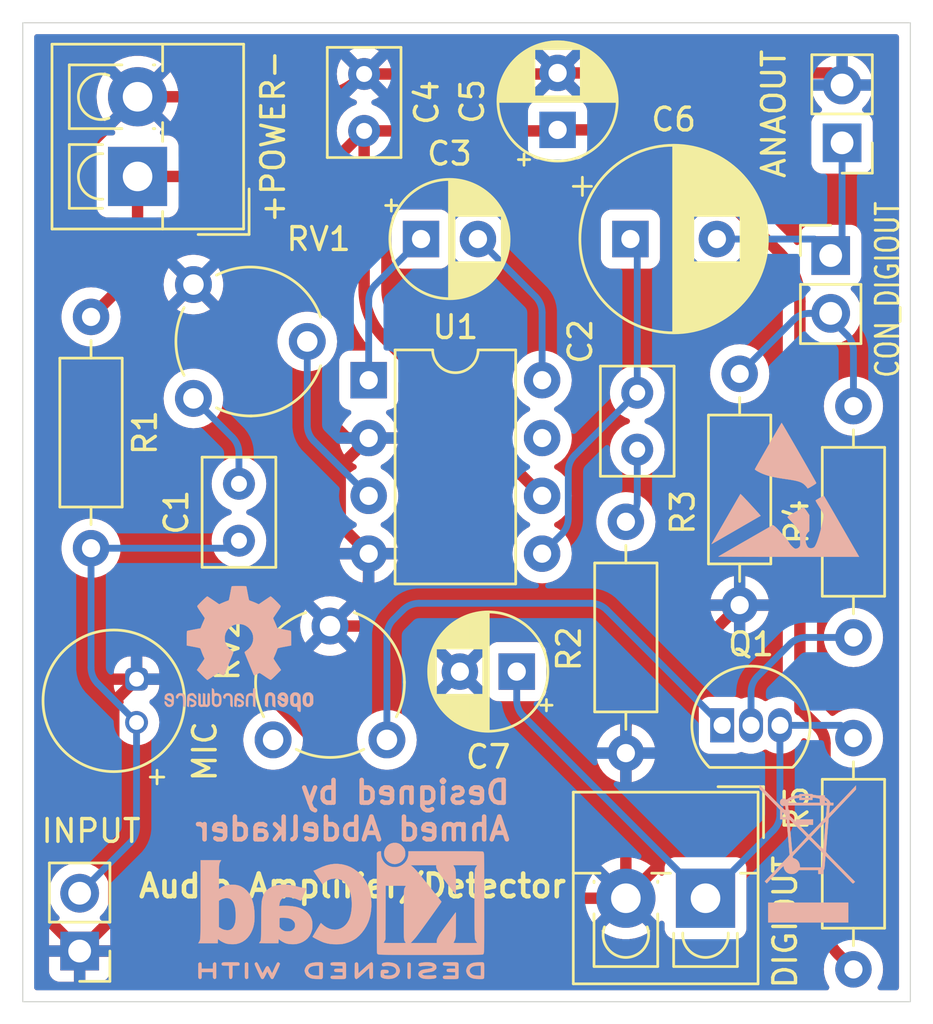
<source format=kicad_pcb>
(kicad_pcb (version 20240108) (generator "pcbnew") (generator_version "8.0")
  (layers (0 "F.Cu" signal) (31 "B.Cu" signal) (34 "B.Paste" user) (35 "F.Paste" user) (36 "B.SilkS" user "B.Silkscreen") (37 "F.SilkS" user "F.Silkscreen") (38 "B.Mask" user) (39 "F.Mask" user) (44 "Edge.Cuts" user))
  (net 0 "")
  (net 1 "Net-(INPUT1-Pin_2)")
  (net 2 "Net-(C1-Pad2)")
  (net 3 "Net-(C3-Pad2)")
  (net 4 "Net-(C3-Pad1)")
  (net 5 "+5V")
  (net 6 "GND")
  (net 7 "Net-(Q1-E)")
  (net 8 "Net-(Q1-B)")
  (net 9 "Net-(U1-+)")
  (net 11 "Net-(C2-Pad2)")
  (net 12 "Net-(C2-Pad1)")
  (net 14 "Net-(P1-Pin_2)")
  (net 15 "Net-(ANAOUT1-Pin_1)")
  (net 16 "Net-(DIGIOUT1-Pin_1)")
  (footprint "Resistor_THT:R_Axial_DIN0207_L6.3mm_D2.5mm_P10.16mm_Horizontal" (layer "F.Cu") (at 89 50.92 -90)
    (property "Reference" "R2" (at 5.58 2.5 90) (layer "F.SilkS"))
    (property "Value" "10")
    (pad "1" thru_hole circle (at 0 0 270) (size 1.6 1.6) (drill 0.8) (layers "*.Cu" "*.Mask") (net 12 "Net-(C2-Pad1)"))
    (pad "2" thru_hole oval (at 10.16 0 270) (size 1.6 1.6) (drill 0.8) (layers "*.Cu" "*.Mask") (net 6 "GND"))
  )
  (footprint "Potentiometer_THT:Potentiometer_Piher_PT-6-V_Vertical" (layer "F.Cu") (at 70 45.5)
    (property "Reference" "RV1" (at 5.5 -7 0) (layer "F.SilkS"))
    (property "Value" "10k")
    (pad "1" thru_hole circle (at 0 0) (size 1.62 1.62) (drill 0.9) (layers "*.Cu" "*.Mask") (net 2 "Net-(C1-Pad2)"))
    (pad "2" thru_hole circle (at 5 -2.5) (size 1.62 1.62) (drill 0.9) (layers "*.Cu" "*.Mask") (net 9 "Net-(U1-+)"))
    (pad "3" thru_hole circle (at 0 -5) (size 1.62 1.62) (drill 0.9) (layers "*.Cu" "*.Mask") (net 6 "GND"))
  )
  (footprint "Sensor_Audio:POM-2244P-C3310-2-R" (layer "F.Cu") (at 67.5 57.8325 -90)
    (property "Reference" "MIC" (at 3.1675 -3 90) (layer "F.SilkS"))
    (property "Value" "~")
    (pad "1" thru_hole roundrect (at 0 0 270) (size 1 1) (drill 0.65) (layers "*.Cu" "*.Mask") (net 6 "GND"))
    (pad "2" thru_hole circle (at 1.9 0 270) (size 1 1) (drill 0.65) (layers "*.Cu" "*.Mask") (net 1 "Net-(INPUT1-Pin_2)"))
  )
  (footprint "Capacitor_THT:CP_Radial_D5.0mm_P2.50mm" (layer "F.Cu") (at 86 33.705113 90)
    (property "Reference" "C5" (at 1.25 -3.75 90) (layer "F.SilkS"))
    (property "Value" "33u")
    (pad "1" thru_hole rect (at 0 0 90) (size 1.6 1.6) (drill 0.8) (layers "*.Cu" "*.Mask") (net 5 "+5V"))
    (pad "2" thru_hole circle (at 2.5 0 90) (size 1.6 1.6) (drill 0.8) (layers "*.Cu" "*.Mask") (net 6 "GND"))
  )
  (footprint "Package_DIP:DIP-8_W7.62mm" (layer "F.Cu") (at 77.7 44.7)
    (property "Reference" "U1" (at 3.81 -2.33 0) (layer "F.SilkS"))
    (property "Value" "LM386")
    (pad "1" thru_hole rect (at 0 0) (size 1.6 1.6) (drill 0.8) (layers "*.Cu" "*.Mask") (net 4 "Net-(C3-Pad1)"))
    (pad "2" thru_hole oval (at 0 2.54) (size 1.6 1.6) (drill 0.8) (layers "*.Cu" "*.Mask") (net 6 "GND"))
    (pad "3" thru_hole oval (at 0 5.08) (size 1.6 1.6) (drill 0.8) (layers "*.Cu" "*.Mask") (net 9 "Net-(U1-+)"))
    (pad "4" thru_hole oval (at 0 7.62) (size 1.6 1.6) (drill 0.8) (layers "*.Cu" "*.Mask") (net 6 "GND"))
    (pad "5" thru_hole oval (at 7.62 7.62) (size 1.6 1.6) (drill 0.8) (layers "*.Cu" "*.Mask") (net 11 "Net-(C2-Pad2)"))
    (pad "6" thru_hole oval (at 7.62 5.08) (size 1.6 1.6) (drill 0.8) (layers "*.Cu" "*.Mask") (net 5 "+5V"))
    (pad "7" thru_hole oval (at 7.62 2.54) (size 1.6 1.6) (drill 0.8) (layers "*.Cu" "*.Mask"))
    (pad "8" thru_hole oval (at 7.62 0) (size 1.6 1.6) (drill 0.8) (layers "*.Cu" "*.Mask") (net 3 "Net-(C3-Pad2)"))
  )
  (footprint "Resistor_THT:R_Axial_DIN0207_L6.3mm_D2.5mm_P10.16mm_Horizontal" (layer "F.Cu") (at 65.5 41.92 -90)
    (property "Reference" "R1" (at 5.08 -2.37 90) (layer "F.SilkS"))
    (property "Value" "10k")
    (pad "1" thru_hole circle (at 0 0 270) (size 1.6 1.6) (drill 0.8) (layers "*.Cu" "*.Mask") (net 5 "+5V"))
    (pad "2" thru_hole oval (at 10.16 0 270) (size 1.6 1.6) (drill 0.8) (layers "*.Cu" "*.Mask") (net 1 "Net-(INPUT1-Pin_2)"))
  )
  (footprint "Resistor_THT:R_Axial_DIN0207_L6.3mm_D2.5mm_P10.16mm_Horizontal" (layer "F.Cu") (at 99 45.84 -90)
    (property "Reference" "R4" (at 5.08 2.5 90) (layer "F.SilkS"))
    (property "Value" "10k")
    (pad "1" thru_hole circle (at 0 0 270) (size 1.6 1.6) (drill 0.8) (layers "*.Cu" "*.Mask") (net 14 "Net-(P1-Pin_2)"))
    (pad "2" thru_hole oval (at 10.16 0 270) (size 1.6 1.6) (drill 0.8) (layers "*.Cu" "*.Mask") (net 8 "Net-(Q1-B)"))
  )
  (footprint "Connector_PinHeader_2.54mm:PinHeader_1x02_P2.54mm_Vertical" (layer "F.Cu") (at 65 69.775 180)
    (property "Reference" "INPUT" (at -0.5 5.275 0) (layer "F.SilkS"))
    (property "Value" "~")
    (pad "1" thru_hole rect (at 0 0 180) (size 1.7 1.7) (drill 1) (layers "*.Cu" "*.Mask") (net 6 "GND"))
    (pad "2" thru_hole oval (at 0 2.54 180) (size 1.7 1.7) (drill 1) (layers "*.Cu" "*.Mask") (net 1 "Net-(INPUT1-Pin_2)"))
  )
  (footprint "Capacitor_THT:CP_Radial_D8.0mm_P3.80mm" (layer "F.Cu") (at 89.2 38.5)
    (property "Reference" "C6" (at 1.9 -5.25 360) (layer "F.SilkS"))
    (property "Value" "470u")
    (pad "1" thru_hole rect (at 0 0) (size 1.6 1.6) (drill 0.8) (layers "*.Cu" "*.Mask") (net 11 "Net-(C2-Pad2)"))
    (pad "2" thru_hole circle (at 3.8 0) (size 1.6 1.6) (drill 0.8) (layers "*.Cu" "*.Mask") (net 15 "Net-(ANAOUT1-Pin_1)"))
  )
  (footprint "Resistor_THT:R_Axial_DIN0207_L6.3mm_D2.5mm_P10.16mm_Horizontal" (layer "F.Cu") (at 99 60.42 -90)
    (property "Reference" "R5" (at 3.08 2.5 90) (layer "F.SilkS"))
    (property "Value" "10k")
    (pad "1" thru_hole circle (at 0 0 270) (size 1.6 1.6) (drill 0.8) (layers "*.Cu" "*.Mask") (net 16 "Net-(DIGIOUT1-Pin_1)"))
    (pad "2" thru_hole oval (at 10.16 0 270) (size 1.6 1.6) (drill 0.8) (layers "*.Cu" "*.Mask") (net 5 "+5V"))
  )
  (footprint "Capacitor_THT:CP_Radial_D5.0mm_P2.50mm" (layer "F.Cu") (at 80 38.5)
    (property "Reference" "C3" (at 1.25 -3.75 0) (layer "F.SilkS"))
    (property "Value" "10u")
    (pad "1" thru_hole rect (at 0 0) (size 1.6 1.6) (drill 0.8) (layers "*.Cu" "*.Mask") (net 4 "Net-(C3-Pad1)"))
    (pad "2" thru_hole circle (at 2.5 0) (size 1.6 1.6) (drill 0.8) (layers "*.Cu" "*.Mask") (net 3 "Net-(C3-Pad2)"))
  )
  (footprint "Connector_PinHeader_2.54mm:PinHeader_1x02_P2.54mm_Vertical" (layer "F.Cu") (at 98 39.225)
    (property "Reference" "CON_DIGIOUT" (at 2.5 1.5 90) (layer "F.SilkS") (effects (font (size 1 0.8) (thickness 0.125))))
    (property "Value" "~")
    (pad "1" thru_hole rect (at 0 0) (size 1.7 1.7) (drill 1) (layers "*.Cu" "*.Mask") (net 15 "Net-(ANAOUT1-Pin_1)"))
    (pad "2" thru_hole oval (at 0 2.54) (size 1.7 1.7) (drill 1) (layers "*.Cu" "*.Mask") (net 14 "Net-(P1-Pin_2)"))
  )
  (footprint "Connector_PinHeader_2.54mm:PinHeader_1x02_P2.54mm_Vertical" (layer "F.Cu") (at 98.5 34.275 180)
    (property "Reference" "ANAOUT" (at 3 1.275 90) (layer "F.SilkS"))
    (property "Value" "~")
    (pad "1" thru_hole rect (at 0 0 180) (size 1.7 1.7) (drill 1) (layers "*.Cu" "*.Mask") (net 15 "Net-(ANAOUT1-Pin_1)"))
    (pad "2" thru_hole oval (at 0 2.54 180) (size 1.7 1.7) (drill 1) (layers "*.Cu" "*.Mask") (net 6 "GND"))
  )
  (footprint "Resistor_THT:R_Axial_DIN0207_L6.3mm_D2.5mm_P10.16mm_Horizontal" (layer "F.Cu") (at 94 44.42 -90)
    (property "Reference" "R3" (at 6.08 2.5 90) (layer "F.SilkS"))
    (property "Value" "10")
    (pad "1" thru_hole circle (at 0 0 270) (size 1.6 1.6) (drill 0.8) (layers "*.Cu" "*.Mask") (net 14 "Net-(P1-Pin_2)"))
    (pad "2" thru_hole oval (at 10.16 0 270) (size 1.6 1.6) (drill 0.8) (layers "*.Cu" "*.Mask") (net 6 "GND"))
  )
  (footprint "Package_TO_SOT_THT:TO-92_Inline" (layer "F.Cu") (at 93.23 59.86)
    (property "Reference" "Q1" (at 1.27 -3.56 360) (layer "F.SilkS"))
    (property "Value" "PN2222A")
    (pad "1" thru_hole rect (at 0 0) (size 1.05 1.5) (drill 0.75) (layers "*.Cu" "*.Mask") (net 7 "Net-(Q1-E)"))
    (pad "2" thru_hole oval (at 1.27 0) (size 1.05 1.5) (drill 0.75) (layers "*.Cu" "*.Mask") (net 8 "Net-(Q1-B)"))
    (pad "3" thru_hole oval (at 2.54 0) (size 1.05 1.5) (drill 0.75) (layers "*.Cu" "*.Mask") (net 16 "Net-(DIGIOUT1-Pin_1)"))
  )
  (footprint "TerminalBlock_4Ucon:TerminalBlock_4Ucon_1x02_P3.50mm_Vertical" (layer "F.Cu") (at 92.5 67.455 180)
    (property "Reference" "DIGIOUT" (at -3.5 -1.045 90) (layer "F.SilkS"))
    (property "Value" "~")
    (pad "1" thru_hole rect (at 0 0 180) (size 2.6 2.6) (drill 1.3) (layers "*.Cu" "*.Mask") (net 16 "Net-(DIGIOUT1-Pin_1)"))
    (pad "2" thru_hole circle (at 3.5 0 180) (size 2.6 2.6) (drill 1.3) (layers "*.Cu" "*.Mask") (net 6 "GND"))
  )
  (footprint "Capacitor_THT:C_Rect_L4.6mm_W3.0mm_P2.50mm_MKS02_FKP02" (layer "F.Cu") (at 77.5 31.25 -90)
    (property "Reference" "C4" (at 1.25 -2.75 90) (layer "F.SilkS"))
    (property "Value" "100n")
    (pad "1" thru_hole circle (at 0 0 270) (size 1.4 1.4) (drill 0.7) (layers "*.Cu" "*.Mask") (net 6 "GND"))
    (pad "2" thru_hole circle (at 2.5 0 270) (size 1.4 1.4) (drill 0.7) (layers "*.Cu" "*.Mask") (net 5 "+5V"))
  )
  (footprint "Capacitor_THT:CP_Radial_D5.0mm_P2.50mm" (layer "F.Cu") (at 84.205113 57.5 180)
    (property "Reference" "C7" (at 1.25 -3.75 360) (layer "F.SilkS"))
    (property "Value" "4.7u")
    (pad "1" thru_hole rect (at 0 0 180) (size 1.6 1.6) (drill 0.8) (layers "*.Cu" "*.Mask") (net 16 "Net-(DIGIOUT1-Pin_1)"))
    (pad "2" thru_hole circle (at 2.5 0 180) (size 1.6 1.6) (drill 0.8) (layers "*.Cu" "*.Mask") (net 6 "GND"))
  )
  (footprint "Capacitor_THT:C_Rect_L4.6mm_W3.0mm_P2.50mm_MKS02_FKP02" (layer "F.Cu") (at 72 51.75 90)
    (property "Reference" "C1" (at 1.25 -2.75 90) (layer "F.SilkS"))
    (property "Value" "100n")
    (pad "1" thru_hole circle (at 0 0 90) (size 1.4 1.4) (drill 0.7) (layers "*.Cu" "*.Mask") (net 1 "Net-(INPUT1-Pin_2)"))
    (pad "2" thru_hole circle (at 2.5 0 90) (size 1.4 1.4) (drill 0.7) (layers "*.Cu" "*.Mask") (net 2 "Net-(C1-Pad2)"))
  )
  (footprint "Capacitor_THT:C_Rect_L4.6mm_W3.0mm_P2.50mm_MKS02_FKP02" (layer "F.Cu") (at 89.5 47.75 90)
    (property "Reference" "C2" (at 4.75 -2.5 90) (layer "F.SilkS"))
    (property "Value" "200n")
    (pad "1" thru_hole circle (at 0 0 90) (size 1.4 1.4) (drill 0.7) (layers "*.Cu" "*.Mask") (net 12 "Net-(C2-Pad1)"))
    (pad "2" thru_hole circle (at 2.5 0 90) (size 1.4 1.4) (drill 0.7) (layers "*.Cu" "*.Mask") (net 11 "Net-(C2-Pad2)"))
  )
  (footprint "Potentiometer_THT:Potentiometer_Piher_PT-6-V_Vertical" (layer "F.Cu") (at 78.5 60.5 90)
    (property "Reference" "RV2" (at 4 -7 90) (layer "F.SilkS"))
    (property "Value" "1k")
    (pad "1" thru_hole circle (at 0 0 90) (size 1.62 1.62) (drill 0.9) (layers "*.Cu" "*.Mask") (net 7 "Net-(Q1-E)"))
    (pad "2" thru_hole circle (at 5 -2.5 90) (size 1.62 1.62) (drill 0.9) (layers "*.Cu" "*.Mask") (net 6 "GND"))
    (pad "3" thru_hole circle (at 0 -5 90) (size 1.62 1.62) (drill 0.9) (layers "*.Cu" "*.Mask"))
  )
  (footprint "TerminalBlock_4Ucon:TerminalBlock_4Ucon_1x02_P3.50mm_Vertical" (layer "F.Cu") (at 67.545 35.75 90)
    (property "Reference" "+POWER-" (at 1.75 5.955 90) (layer "F.SilkS"))
    (property "Value" "~")
    (pad "1" thru_hole rect (at 0 0 90) (size 2.6 2.6) (drill 1.3) (layers "*.Cu" "*.Mask") (net 5 "+5V"))
    (pad "2" thru_hole circle (at 3.5 0 90) (size 2.6 2.6) (drill 1.3) (layers "*.Cu" "*.Mask") (net 6 "GND"))
  )
  (footprint "Symbol:KiCad-Logo2_5mm_SilkScreen" (layer "B.Cu") (at 76.5 68 180)
    (property "Reference" "REF**" (hide yes))
    (property "Value" "KiCad-Logo2_5mm_SilkScreen" (hide yes))
  )
  (footprint "Symbol:OSHW-Logo2_7.3x6mm_SilkScreen" (layer "B.Cu") (at 72 56.5 180)
    (property "Reference" "REF**" (hide yes))
    (property "Value" "OSHW-Logo2_7.3x6mm_SilkScreen" (hide yes))
  )
  (footprint "Symbol:ESD-Logo_6.6x6mm_SilkScreen" (layer "B.Cu") (at 96 49.5 180)
    (property "Reference" "REF**" (hide yes))
    (property "Value" "ESD-Logo_6.6x6mm_SilkScreen" (hide yes))
  )
  (footprint "Symbol:WEEE-Logo_4.2x6mm_SilkScreen" (layer "B.Cu") (at 97 65.5 180)
    (property "Reference" "REF**" (hide yes))
    (property "Value" "WEEE-Logo_4.2x6mm_SilkScreen" (hide yes))
  )
  (gr_rect (start 62.5 29) (end 101.5 72) (stroke (width 0.05)) (fill none) (layer "Edge.Cuts"))
  (gr_text "Designed by\nAhmed Abdelkader" (at 84 65 0) (layer "B.SilkS") (effects (font (size 1 1) (thickness 0.2) (bold yes)) (justify left bottom mirror)))
  (gr_text "Audio Amplifier/Detector" (at 67.5 67.5 0) (layer "F.SilkS") (effects (font (size 1 1) (thickness 0.2) (bold yes)) (justify left bottom)))
  (segment (start 71.67 52.08) (end 72 51.75) (width 0.3) (layer "B.Cu") (net 1))
  (segment (start 65.5 52.08) (end 71.67 52.08) (width 0.3) (layer "B.Cu") (net 1))
  (segment (start 67.5 59.7325) (end 65.792893 58.025393) (width 0.3) (layer "B.Cu") (net 1))
  (segment (start 67.207107 65.027893) (end 65 67.235) (width 0.3) (layer "B.Cu") (net 1))
  (segment (start 67.5 59.7325) (end 67.5 64.320786) (width 0.3) (layer "B.Cu") (net 1))
  (segment (start 65.5 57.318286) (end 65.5 52.08) (width 0.3) (layer "B.Cu") (net 1))
  (arc (start 67.207107 65.027893) (mid 67.42388 64.70347) (end 67.5 64.320786) (width 0.3) (layer "B.Cu") (net 1))
  (arc (start 65.792893 58.025393) (mid 65.57612 57.70097) (end 65.5 57.318286) (width 0.3) (layer "B.Cu") (net 1))
  (segment (start 72 49.25) (end 72 47.914214) (width 0.3) (layer "B.Cu") (net 2))
  (segment (start 71.707107 47.207107) (end 70 45.5) (width 0.3) (layer "B.Cu") (net 2))
  (arc (start 72 47.914214) (mid 71.92388 47.531531) (end 71.707107 47.207107) (width 0.3) (layer "B.Cu") (net 2))
  (segment (start 85.027107 41.027107) (end 82.5 38.5) (width 0.3) (layer "B.Cu") (net 3))
  (segment (start 85.32 44.7) (end 85.32 41.734214) (width 0.3) (layer "B.Cu") (net 3))
  (arc (start 85.027107 41.027107) (mid 85.24388 41.35153) (end 85.32 41.734214) (width 0.3) (layer "B.Cu") (net 3))
  (segment (start 77.7 44.7) (end 77.7 41.214214) (width 0.3) (layer "B.Cu") (net 4))
  (segment (start 77.992893 40.507107) (end 80 38.5) (width 0.3) (layer "B.Cu") (net 4))
  (arc (start 77.992893 40.507107) (mid 77.77612 40.83153) (end 77.7 41.214214) (width 0.3) (layer "B.Cu") (net 4))
  (segment (start 67.545 35.75) (end 67.545 39.460786) (width 0.5) (layer "F.Cu") (net 5))
  (segment (start 86 33.705113) (end 89.162472 33.705113) (width 0.5) (layer "F.Cu") (net 5))
  (segment (start 97.75 60.650356) (end 97.75 68.501573) (width 0.5) (layer "F.Cu") (net 5))
  (segment (start 67.252107 40.167893) (end 65.5 41.92) (width 0.5) (layer "F.Cu") (net 5))
  (segment (start 98.335787 69.915787) (end 99 70.58) (width 0.5) (layer "F.Cu") (net 5))
  (segment (start 91.231236 34.583793) (end 95.768764 39.121321) (width 0.5) (layer "F.Cu") (net 5))
  (segment (start 74.257359 35.75) (end 67.545 35.75) (width 0.5) (layer "F.Cu") (net 5))
  (segment (start 78.37868 42.83868) (end 85.32 49.78) (width 0.5) (layer "F.Cu") (net 5))
  (segment (start 96.647443 41.242641) (end 96.647443 59.186142) (width 0.5) (layer "F.Cu") (net 5))
  (segment (start 77.5 33.75) (end 85.955113 33.75) (width 0.5) (layer "F.Cu") (net 5))
  (segment (start 85.955113 33.75) (end 86 33.705113) (width 0.5) (layer "F.Cu") (net 5))
  (segment (start 77.5 33.75) (end 77.5 40.717359) (width 0.5) (layer "F.Cu") (net 5))
  (segment (start 96.7 59.186142) (end 97.457107 59.943249) (width 0.5) (layer "F.Cu") (net 5))
  (segment (start 76.37868 34.87132) (end 77.5 33.75) (width 0.5) (layer "F.Cu") (net 5))
  (arc (start 97.75 60.650356) (mid 97.67388 60.267673) (end 97.457107 59.943249) (width 0.5) (layer "F.Cu") (net 5))
  (arc (start 76.37868 34.87132) (mid 75.40541 35.521639) (end 74.257359 35.75) (width 0.5) (layer "F.Cu") (net 5))
  (arc (start 96.647443 41.242641) (mid 96.419082 40.094591) (end 95.768764 39.121321) (width 0.5) (layer "F.Cu") (net 5))
  (arc (start 77.5 40.717359) (mid 77.728362 41.86541) (end 78.37868 42.83868) (width 0.5) (layer "F.Cu") (net 5))
  (arc (start 67.252107 40.167893) (mid 67.46888 39.84347) (end 67.545 39.460786) (width 0.5) (layer "F.Cu") (net 5))
  (arc (start 89.162472 33.705113) (mid 90.310523 33.933475) (end 91.283793 34.583793) (width 0.5) (layer "F.Cu") (net 5))
  (arc (start 97.75 68.501573) (mid 97.902241 69.26694) (end 98.335787 69.915787) (width 0.5) (layer "F.Cu") (net 5))
  (segment (start 63.45 36.759214) (end 63.45 56) (width 0.5) (layer "F.Cu") (net 6))
  (segment (start 77.407107 54.092893) (end 76 55.5) (width 0.5) (layer "F.Cu") (net 6))
  (segment (start 86.972893 69.482107) (end 89 67.455) (width 0.5) (layer "F.Cu") (net 6))
  (segment (start 67.545 32.25) (end 63.742893 36.052107) (width 0.5) (layer "F.Cu") (net 6))
  (segment (start 77.7 47.24) (end 76.45 48.49) (width 0.5) (layer "F.Cu") (net 6))
  (segment (start 76.45 48.49) (end 76.45 50.655786) (width 0.5) (layer "F.Cu") (net 6))
  (segment (start 76.74 47.24) (end 77.7 47.24) (width 0.5) (layer "F.Cu") (net 6))
  (segment (start 63.45 56) (end 63.45 67.810786) (width 0.5) (layer "F.Cu") (net 6))
  (segment (start 63.742893 68.517893) (end 65 69.775) (width 0.5) (layer "F.Cu") (net 6))
  (segment (start 67.545 32.25) (end 75.257359 32.25) (width 0.5) (layer "F.Cu") (net 6))
  (segment (start 77.7 52.32) (end 77.7 53.385786) (width 0.5) (layer "F.Cu") (net 6))
  (segment (start 97.970113 31.205113) (end 98.5 31.735) (width 0.5) (layer "F.Cu") (net 6))
  (segment (start 67.5 57.8325) (end 66.792893 58.539607) (width 0.5) (layer "F.Cu") (net 6))
  (segment (start 70 40.5) (end 76.74 47.24) (width 0.5) (layer "F.Cu") (net 6))
  (segment (start 67.5 57.8325) (end 72.200196 57.8325) (width 0.5) (layer "F.Cu") (net 6))
  (segment (start 89 67.455) (end 89 61.08) (width 0.5) (layer "F.Cu") (net 6))
  (segment (start 79.998006 55.792893) (end 81.705113 57.5) (width 0.5) (layer "F.Cu") (net 6))
  (segment (start 85.955113 31.25) (end 86 31.205113) (width 0.5) (layer "F.Cu") (net 6))
  (segment (start 67.792893 42.707107) (end 70 40.5) (width 0.5) (layer "F.Cu") (net 6))
  (segment (start 89 61.08) (end 89 59.994214) (width 0.5) (layer "F.Cu") (net 6))
  (segment (start 76 55.5) (end 79.290899 55.5) (width 0.5) (layer "F.Cu") (net 6))
  (segment (start 66.5 59.246714) (end 66.5 67.860786) (width 0.5) (layer "F.Cu") (net 6))
  (segment (start 67.5 57.8325) (end 67.5 43.414214) (width 0.5) (layer "F.Cu") (net 6))
  (segment (start 86 31.205113) (end 97.970113 31.205113) (width 0.5) (layer "F.Cu") (net 6))
  (segment (start 89.292893 59.287107) (end 94 54.58) (width 0.5) (layer "F.Cu") (net 6))
  (segment (start 65 69.775) (end 86.265786 69.775) (width 0.5) (layer "F.Cu") (net 6))
  (segment (start 77.5 31.25) (end 85.955113 31.25) (width 0.5) (layer "F.Cu") (net 6))
  (segment (start 77.37868 31.37132) (end 77.5 31.25) (width 0.5) (layer "F.Cu") (net 6))
  (segment (start 76.742893 51.362893) (end 77.7 52.32) (width 0.5) (layer "F.Cu") (net 6))
  (segment (start 72.907303 58.125393) (end 81.944017 67.162107) (width 0.5) (layer "F.Cu") (net 6))
  (segment (start 66.207107 68.567893) (end 65 69.775) (width 0.5) (layer "F.Cu") (net 6))
  (segment (start 82.651124 67.455) (end 89 67.455) (width 0.5) (layer "F.Cu") (net 6))
  (arc (start 66.792893 58.539607) (mid 66.57612 58.86403) (end 66.5 59.246714) (width 0.5) (layer "F.Cu") (net 6))
  (arc (start 76.45 50.655786) (mid 76.52612 51.038469) (end 76.742893 51.362893) (width 0.5) (layer "F.Cu") (net 6))
  (arc (start 63.742893 68.517893) (mid 63.52612 68.19347) (end 63.45 67.810786) (width 0.5) (layer "F.Cu") (net 6))
  (arc (start 77.37868 31.37132) (mid 76.40541 32.021639) (end 75.257359 32.25) (width 0.5) (layer "F.Cu") (net 6))
  (arc (start 81.944017 67.162107) (mid 82.26844 67.37888) (end 82.651124 67.455) (width 0.5) (layer "F.Cu") (net 6))
  (arc (start 89.292893 59.287107) (mid 89.07612 59.61153) (end 89 59.994214) (width 0.5) (layer "F.Cu") (net 6))
  (arc (start 86.972893 69.482107) (mid 86.64847 69.69888) (end 86.265786 69.775) (width 0.5) (layer "F.Cu") (net 6))
  (arc (start 77.407107 54.092893) (mid 77.62388 53.76847) (end 77.7 53.385786) (width 0.5) (layer "F.Cu") (net 6))
  (arc (start 66.207107 68.567893) (mid 66.42388 68.24347) (end 66.5 67.860786) (width 0.5) (layer "F.Cu") (net 6))
  (arc (start 63.45 36.759214) (mid 63.52612 36.376531) (end 63.742893 36.052107) (width 0.5) (layer "F.Cu") (net 6))
  (arc (start 72.907303 58.125393) (mid 72.58288 57.90862) (end 72.200196 57.8325) (width 0.5) (layer "F.Cu") (net 6))
  (arc (start 79.290899 55.5) (mid 79.673582 55.57612) (end 79.998006 55.792893) (width 0.5) (layer "F.Cu") (net 6))
  (arc (start 67.792893 42.707107) (mid 67.57612 43.03153) (end 67.5 43.414214) (width 0.5) (layer "F.Cu") (net 6))
  (segment (start 93.23 59.86) (end 88.162893 54.792893) (width 0.3) (layer "B.Cu") (net 7))
  (segment (start 79.207107 54.792893) (end 78.792893 55.207107) (width 0.3) (layer "B.Cu") (net 7))
  (segment (start 87.455786 54.5) (end 79.914214 54.5) (width 0.3) (layer "B.Cu") (net 7))
  (segment (start 78.5 55.914214) (end 78.5 60.5) (width 0.3) (layer "B.Cu") (net 7))
  (arc (start 87.455786 54.5) (mid 87.838469 54.57612) (end 88.162893 54.792893) (width 0.3) (layer "B.Cu") (net 7))
  (arc (start 78.792893 55.207107) (mid 78.57612 55.53153) (end 78.5 55.914214) (width 0.3) (layer "B.Cu") (net 7))
  (arc (start 79.914214 54.5) (mid 79.531531 54.57612) (end 79.207107 54.792893) (width 0.3) (layer "B.Cu") (net 7))
  (segment (start 94.792893 57.707107) (end 96.207107 56.292893) (width 0.3) (layer "B.Cu") (net 8))
  (segment (start 94.5 59.86) (end 94.5 58.414214) (width 0.3) (layer "B.Cu") (net 8))
  (segment (start 96.914214 56) (end 99 56) (width 0.3) (layer "B.Cu") (net 8))
  (arc (start 96.914214 56) (mid 96.531531 56.07612) (end 96.207107 56.292893) (width 0.3) (layer "B.Cu") (net 8))
  (arc (start 94.792893 57.707107) (mid 94.57612 58.03153) (end 94.5 58.414214) (width 0.3) (layer "B.Cu") (net 8))
  (segment (start 75 43) (end 75 46.665786) (width 0.3) (layer "B.Cu") (net 9))
  (segment (start 75.292893 47.372893) (end 77.7 49.78) (width 0.3) (layer "B.Cu") (net 9))
  (arc (start 75.292893 47.372893) (mid 75.07612 47.04847) (end 75 46.665786) (width 0.3) (layer "B.Cu") (net 9))
  (segment (start 86.762893 47.987107) (end 89.5 45.25) (width 0.3) (layer "B.Cu") (net 11))
  (segment (start 89.5 45.25) (end 89.5 38.8) (width 0.3) (layer "B.Cu") (net 11))
  (segment (start 85.32 52.32) (end 86.177107 51.462893) (width 0.3) (layer "B.Cu") (net 11))
  (segment (start 86.47 50.755786) (end 86.47 48.694214) (width 0.3) (layer "B.Cu") (net 11))
  (segment (start 89.5 38.8) (end 89.2 38.5) (width 0.3) (layer "B.Cu") (net 11))
  (arc (start 86.177107 51.462893) (mid 86.39388 51.13847) (end 86.47 50.755786) (width 0.3) (layer "B.Cu") (net 11))
  (arc (start 86.47 48.694214) (mid 86.54612 48.311531) (end 86.762893 47.987107) (width 0.3) (layer "B.Cu") (net 11))
  (segment (start 89.5 47.75) (end 89.5 50.005786) (width 0.3) (layer "B.Cu") (net 12))
  (segment (start 89.207107 50.712893) (end 89 50.92) (width 0.3) (layer "B.Cu") (net 12))
  (arc (start 89.5 50.005786) (mid 89.42388 50.388469) (end 89.207107 50.712893) (width 0.3) (layer "B.Cu") (net 12))
  (segment (start 98 42) (end 98.707107 42.707107) (width 0.3) (layer "B.Cu") (net 14))
  (segment (start 98 41.765) (end 98 42) (width 0.3) (layer "B.Cu") (net 14))
  (segment (start 99 43.414214) (end 99 45.84) (width 0.3) (layer "B.Cu") (net 14))
  (segment (start 98 41.765) (end 97.069214 41.765) (width 0.3) (layer "B.Cu") (net 14))
  (segment (start 96.362107 42.057893) (end 94 44.42) (width 0.3) (layer "B.Cu") (net 14))
  (arc (start 97.069214 41.765) (mid 96.686531 41.84112) (end 96.362107 42.057893) (width 0.3) (layer "B.Cu") (net 14))
  (arc (start 99 43.414214) (mid 98.92388 43.031531) (end 98.707107 42.707107) (width 0.3) (layer "B.Cu") (net 14))
  (segment (start 98.5 38.725) (end 98 39.225) (width 0.3) (layer "B.Cu") (net 15))
  (segment (start 93 38.5) (end 97.275 38.5) (width 0.3) (layer "B.Cu") (net 15))
  (segment (start 98.5 34.275) (end 98.5 38.725) (width 0.3) (layer "B.Cu") (net 15))
  (segment (start 97.275 38.5) (end 98 39.225) (width 0.3) (layer "B.Cu") (net 15))
  (segment (start 84.498006 59.453006) (end 92.5 67.455) (width 0.3) (layer "B.Cu") (net 16))
  (segment (start 95.77 60.085) (end 95.77 59.86) (width 0.3) (layer "B.Cu") (net 16))
  (segment (start 98.44 59.86) (end 99 60.42) (width 0.3) (layer "B.Cu") (net 16))
  (segment (start 95.77 59.86) (end 95.77 63.770786) (width 0.3) (layer "B.Cu") (net 16))
  (segment (start 84.205113 57.5) (end 84.205113 58.745899) (width 0.3) (layer "B.Cu") (net 16))
  (segment (start 95.477107 64.477893) (end 92.5 67.455) (width 0.3) (layer "B.Cu") (net 16))
  (segment (start 95.77 59.86) (end 98.44 59.86) (width 0.3) (layer "B.Cu") (net 16))
  (arc (start 84.205113 58.745899) (mid 84.281233 59.128582) (end 84.498006 59.453006) (width 0.3) (layer "B.Cu") (net 16))
  (arc (start 95.77 63.770786) (mid 95.69388 64.153469) (end 95.477107 64.477893) (width 0.3) (layer "B.Cu") (net 16))
  (zone (net 6) (net_name "GND") (layers "F&B.Cu") (connect_pads (clearance 0.5)) (min_thickness 0.25) (fill yes (thermal_gap 0.5) (thermal_bridge_width 0.5))
    (polygon (pts (xy 102.5 28) (xy 102.5 73) (xy 61.5 73) (xy 61.5 28)))
  )
)
</source>
